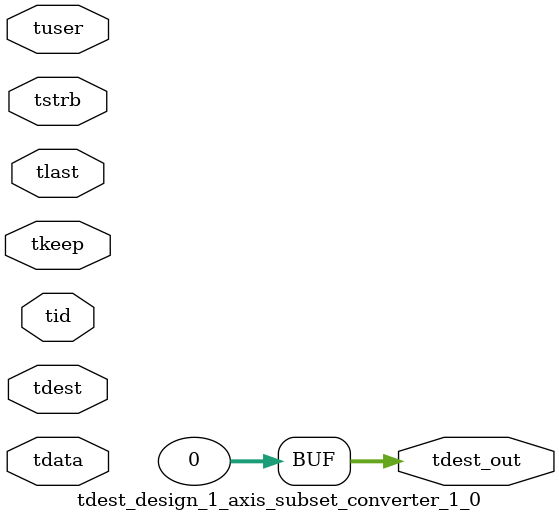
<source format=v>


`timescale 1ps/1ps

module tdest_design_1_axis_subset_converter_1_0 #
(
parameter C_S_AXIS_TDATA_WIDTH = 32,
parameter C_S_AXIS_TUSER_WIDTH = 0,
parameter C_S_AXIS_TID_WIDTH   = 0,
parameter C_S_AXIS_TDEST_WIDTH = 0,
parameter C_M_AXIS_TDEST_WIDTH = 32
)
(
input  [(C_S_AXIS_TDATA_WIDTH == 0 ? 1 : C_S_AXIS_TDATA_WIDTH)-1:0     ] tdata,
input  [(C_S_AXIS_TUSER_WIDTH == 0 ? 1 : C_S_AXIS_TUSER_WIDTH)-1:0     ] tuser,
input  [(C_S_AXIS_TID_WIDTH   == 0 ? 1 : C_S_AXIS_TID_WIDTH)-1:0       ] tid,
input  [(C_S_AXIS_TDEST_WIDTH == 0 ? 1 : C_S_AXIS_TDEST_WIDTH)-1:0     ] tdest,
input  [(C_S_AXIS_TDATA_WIDTH/8)-1:0 ] tkeep,
input  [(C_S_AXIS_TDATA_WIDTH/8)-1:0 ] tstrb,
input                                                                    tlast,
output [C_M_AXIS_TDEST_WIDTH-1:0] tdest_out
);

assign tdest_out = {1'b0};

endmodule


</source>
